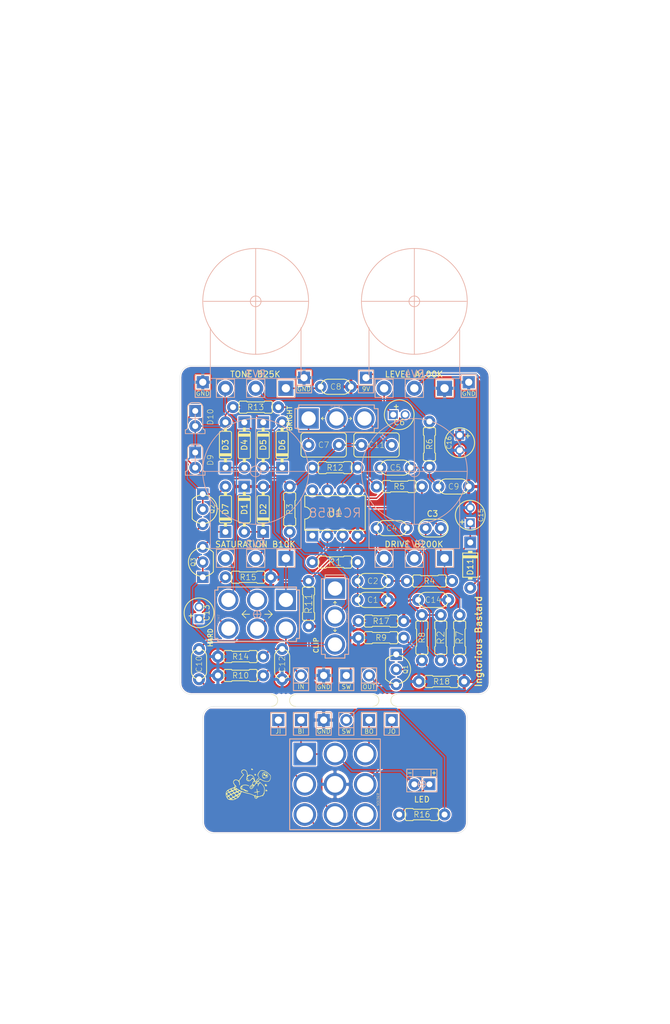
<source format=kicad_pcb>
(kicad_pcb (version 20171130) (host pcbnew "(5.1.6-0-10_14)")
  (layers (0 F.Cu signal) (31 B.Cu signal) (34 B.Paste user) (35 F.Paste user) (36 B.SilkS user) (37 F.SilkS user) (38 B.Mask user) (39 F.Mask user) (44 Edge.Cuts user))
  (net 0 "")
  (net 1 GND)
  (net 2 "Net-(C1-Pad1)")
  (net 3 "Net-(C2-Pad1)")
  (net 4 "Net-(C3-Pad2)")
  (net 5 "Net-(C3-Pad1)")
  (net 6 "Net-(C4-Pad2)")
  (net 7 "Net-(C4-Pad1)")
  (net 8 "Net-(C5-Pad2)")
  (net 9 "Net-(C5-Pad1)")
  (net 10 "Net-(C6-Pad2)")
  (net 11 "Net-(C6-Pad1)")
  (net 12 "Net-(C7-Pad2)")
  (net 13 "Net-(C11-Pad2)")
  (net 14 VR)
  (net 15 "Net-(C8-Pad1)")
  (net 16 "Net-(C10-Pad2)")
  (net 17 "Net-(C10-Pad1)")
  (net 18 "Net-(C11-Pad1)")
  (net 19 "Net-(C12-Pad1)")
  (net 20 "Net-(C13-Pad1)")
  (net 21 VCC)
  (net 22 "Net-(D1-Pad2)")
  (net 23 "Net-(D3-Pad1)")
  (net 24 "Net-(D10-Pad2)")
  (net 25 "Net-(D4-Pad1)")
  (net 26 "Net-(D5-Pad2)")
  (net 27 "Net-(D7-Pad1)")
  (net 28 "Net-(D8-Pad2)")
  (net 29 "Net-(D8-Pad1)")
  (net 30 "Net-(D11-Pad2)")
  (net 31 "Net-(H2-Pad1)")
  (net 32 "Net-(H5-Pad1)")
  (net 33 "Net-(H6-Pad1)")
  (net 34 GND2)
  (net 35 "Net-(H9-Pad1)")
  (net 36 "Net-(H11-Pad1)")
  (net 37 "Net-(Q1-Pad2)")
  (net 38 "Net-(Q1-Pad3)")
  (net 39 "Net-(Q2-Pad3)")
  (net 40 "Net-(R3-Pad1)")
  (net 41 "Net-(R12-Pad2)")
  (net 42 "Net-(R6-Pad2)")
  (net 43 "Net-(RV2-Pad3)")
  (net 44 "Net-(RV3-Pad3)")
  (net 45 "Net-(S1-PadP$3)")
  (net 46 "Net-(H7-Pad1)")
  (module diodes:3MM_IO (layer F.Cu) (at 99.06 146.558 180)
    (fp_text reference D8 hide)
    (fp_text value LED (at 0 -2.54) (layer F.SilkS) (effects (font (size 0.9652 0.9652))))
    (pad 1 thru_hole oval (at 1.27 0 180) (size 2 2) (drill 1) (layers *.Cu *.Mask) (net 29 "Net-(D8-Pad1)"))
    (pad 2 thru_hole rect (at -1.27 0 180) (size 2 2) (drill 1) (layers *.Cu *.Mask) (net 28 "Net-(D8-Pad2)"))
  )
  (module Panelization:mouse-bite-2mm-slot (layer F.Cu) (at 75.819 132.461)
    (fp_text reference mouse-bite-2mm-slot hide)
    (fp_text value VAL** hide)
    (pad "" np_thru_hole circle (at 0.75 0.75) (size 0.5 0.5) (drill 0.5) (layers *.Cu *.Mask))
    (pad "" np_thru_hole circle (at -0.75 0.75) (size 0.5 0.5) (drill 0.5) (layers *.Cu *.Mask))
    (pad "" np_thru_hole circle (at -0.75 -0.75) (size 0.5 0.5) (drill 0.5) (layers *.Cu *.Mask))
    (pad "" np_thru_hole circle (at 0.75 -0.75) (size 0.5 0.5) (drill 0.5) (layers *.Cu *.Mask))
    (pad "" np_thru_hole circle (at 0 0.75) (size 0.5 0.5) (drill 0.5) (layers *.Cu *.Mask))
    (pad "" np_thru_hole circle (at 0 -0.75) (size 0.5 0.5) (drill 0.5) (layers *.Cu *.Mask))
  )
  (module Panelization:mouse-bite-2mm-slot (layer F.Cu) (at 92.837 132.461)
    (fp_text reference mouse-bite-2mm-slot hide)
    (fp_text value VAL** hide)
    (pad "" np_thru_hole circle (at 0.75 0.75) (size 0.5 0.5) (drill 0.5) (layers *.Cu *.Mask))
    (pad "" np_thru_hole circle (at -0.75 0.75) (size 0.5 0.5) (drill 0.5) (layers *.Cu *.Mask))
    (pad "" np_thru_hole circle (at -0.75 -0.75) (size 0.5 0.5) (drill 0.5) (layers *.Cu *.Mask))
    (pad "" np_thru_hole circle (at 0.75 -0.75) (size 0.5 0.5) (drill 0.5) (layers *.Cu *.Mask))
    (pad "" np_thru_hole circle (at 0 0.75) (size 0.5 0.5) (drill 0.5) (layers *.Cu *.Mask))
    (pad "" np_thru_hole circle (at 0 -0.75) (size 0.5 0.5) (drill 0.5) (layers *.Cu *.Mask))
  )
  (module enclosures:DC_DRILL (layer F.Cu) (at 84.455 41.91)
    (fp_text reference "" (at 0 0) (layer F.SilkS) (effects (font (size 1.524 1.524))))
    (fp_text value "" (at 0 0) (layer F.SilkS) (effects (font (size 1.524 1.524))))
  )
  (module enclosures:LUMBURG_DRILL (layer F.Cu) (at 97.79 31.115)
    (fp_text reference JOUT4 hide)
    (fp_text value "" (at 0 0) (layer F.SilkS) (effects (font (size 0.75 0.75) (thickness 0.1))))
  )
  (module enclosures:LUMBURG_DRILL (layer F.Cu) (at 71.12 31.115)
    (fp_text reference JOUT4 hide)
    (fp_text value "" (at 0 0) (layer F.SilkS) (effects (font (size 0.75 0.75) (thickness 0.1))))
  )
  (module enclosures:DC_TOP (layer F.Cu) (at 84.455 48.26)
    (fp_text reference Ref** hide)
    (fp_text value Val** hide)
  )
  (module enclosures:LOPRO_TOP (layer F.Cu) (at 97.79 52.705)
    (fp_text reference "" (at 0 0) (layer F.SilkS) (effects (font (size 1.524 1.524))))
    (fp_text value "" (at 0 0) (layer F.SilkS) (effects (font (size 1.524 1.524))))
  )
  (module enclosures:LOPRO_TOP (layer F.Cu) (at 71.12 52.705)
    (fp_text reference "" (at 0 0) (layer F.SilkS) (effects (font (size 1.524 1.524))))
    (fp_text value "" (at 0 0) (layer F.SilkS) (effects (font (size 1.524 1.524))))
  )
  (module logo:beaver (layer F.Cu) (at 69.85 146.558)
    (fp_text reference G*** hide)
    (fp_text value LOGO hide)
  )
  (module enclosures:1590B (layer F.Cu) (at 84.455 104.775)
    (fp_text reference "" (at 0 0) (layer F.SilkS) (effects (font (size 1.524 1.524))))
    (fp_text value "" (at 0 0) (layer F.SilkS) (effects (font (size 1.524 1.524))))
  )
  (module integrated_circuits:DIP08 (layer F.Cu) (at 84.455 100.965)
    (fp_text reference U1 (at 0 0) (layer F.SilkS) (effects (font (size 1.2065 1.2065) (thickness 0.1524))))
    (fp_text value RC4558 (at 0 0) (layer B.SilkS) (effects (font (size 1.524 1.524)) (justify mirror)))
    (pad 8 thru_hole oval (at -3.81 -3.81 90) (size 2 2) (drill 1) (layers *.Cu *.Mask) (net 21 VCC))
    (pad 7 thru_hole oval (at -1.27 -3.81 90) (size 2 2) (drill 1) (layers *.Cu *.Mask) (net 13 "Net-(C11-Pad2)"))
    (pad 6 thru_hole oval (at 1.27 -3.81 90) (size 2 2) (drill 1) (layers *.Cu *.Mask) (net 41 "Net-(R12-Pad2)"))
    (pad 5 thru_hole oval (at 3.81 -3.81 90) (size 2 2) (drill 1) (layers *.Cu *.Mask) (net 14 VR))
    (pad 4 thru_hole oval (at 3.81 3.81 90) (size 2 2) (drill 1) (layers *.Cu *.Mask) (net 1 GND))
    (pad 3 thru_hole oval (at 1.27 3.81 90) (size 2 2) (drill 1) (layers *.Cu *.Mask) (net 17 "Net-(C10-Pad1)"))
    (pad 2 thru_hole oval (at -1.27 3.81 90) (size 2 2) (drill 1) (layers *.Cu *.Mask) (net 4 "Net-(C3-Pad2)"))
    (pad 1 thru_hole rect (at -3.81 3.81 90) (size 2 2) (drill 1) (layers *.Cu *.Mask) (net 5 "Net-(C3-Pad1)"))
  )
  (module switches:SPDT.LUGS (layer F.Cu) (at 84.455 118.364)
    (fp_text reference SW3 hide)
    (fp_text value CLIP (at -3.175 4.826 90) (layer F.SilkS) (effects (font (size 0.8 0.8))))
    (fp_text user SWITCH (at 2.032 0 270) (layer B.SilkS) (effects (font (size 0.38608 0.38608) (thickness 0.032512)) (justify mirror)))
    (pad 3 thru_hole oval (at 0 4.699) (size 3.416 3.416) (drill 2.4) (layers *.Cu *.Mask) (net 39 "Net-(Q2-Pad3)"))
    (pad 2 thru_hole oval (at 0 0) (size 3.416 3.416) (drill 2.4) (layers *.Cu *.Mask) (net 13 "Net-(C11-Pad2)"))
    (pad 1 thru_hole rect (at 0 -4.699) (size 3.416 3.416) (drill 2.4) (layers *.Cu *.Mask) (net 25 "Net-(D4-Pad1)"))
  )
  (module switches:SPDT.LUGS (layer F.Cu) (at 84.709 85.09 90)
    (fp_text reference SW2 hide)
    (fp_text value BRIGHT (at 0 -7.874 270) (layer F.SilkS) (effects (font (size 0.8 0.8))))
    (fp_text user SWITCH (at 2.032 0 180) (layer B.SilkS) (effects (font (size 0.38608 0.38608) (thickness 0.032512)) (justify mirror)))
    (pad 3 thru_hole oval (at 0 4.699 90) (size 3.416 3.416) (drill 2.4) (layers *.Cu *.Mask) (net 18 "Net-(C11-Pad1)"))
    (pad 2 thru_hole oval (at 0 0 90) (size 3.416 3.416) (drill 2.4) (layers *.Cu *.Mask) (net 41 "Net-(R12-Pad2)"))
    (pad 1 thru_hole rect (at 0 -4.699 90) (size 3.416 3.416) (drill 2.4) (layers *.Cu *.Mask) (net 12 "Net-(C7-Pad2)"))
  )
  (module switches:DPDT.LUGS (layer F.Cu) (at 71.366 117.983 270)
    (fp_text reference SW1 hide)
    (fp_text value HARD (at 3.937 7.866 270) (layer F.SilkS) (effects (font (size 0.8 0.8))))
    (fp_text user SWITCH (at 0 6.731 90) (layer B.SilkS) (effects (font (size 0.38608 0.38608) (thickness 0.032512)) (justify left top mirror)))
    (pad 6 thru_hole oval (at 2.417 4.826 270) (size 3.416 3.416) (drill 2.4) (layers *.Cu *.Mask) (net 20 "Net-(C13-Pad1)"))
    (pad 5 thru_hole oval (at 2.417 -0.004 270) (size 3.416 3.416) (drill 2.4) (layers *.Cu *.Mask) (net 38 "Net-(Q1-Pad3)"))
    (pad 4 thru_hole oval (at 2.417 -4.834 270) (size 3.416 3.416) (drill 2.4) (layers *.Cu *.Mask) (net 19 "Net-(C12-Pad1)"))
    (pad 3 thru_hole oval (at -2.413 4.826 270) (size 3.416 3.416) (drill 2.4) (layers *.Cu *.Mask) (net 43 "Net-(RV2-Pad3)"))
    (pad 2 thru_hole oval (at -2.413 -0.004 270) (size 3.416 3.416) (drill 2.4) (layers *.Cu *.Mask) (net 44 "Net-(RV3-Pad3)"))
    (pad 1 thru_hole rect (at -2.413 -4.834 270) (size 3.416 3.416) (drill 2.4) (layers *.Cu *.Mask) (net 40 "Net-(R3-Pad1)"))
  )
  (module SparkFun-Electromechanical:3PDT.LUGS.SPF (layer F.Cu) (at 84.455 146.558)
    (fp_text reference S1 hide)
    (fp_text value SWITCH-3PDT hide)
    (fp_text user SOLDER (at 7.239 2.54 90) (layer F.SilkS) (effects (font (size 0.38608 0.38608) (thickness 0.032512))))
    (fp_text user SWITCH (at 7.239 2.54 270) (layer B.SilkS) (effects (font (size 0.38608 0.38608) (thickness 0.032512)) (justify mirror)))
    (pad P$1 thru_hole rect (at -5.08 -5.08 180) (size 3.816 3.816) (drill 2.8) (layers *.Cu *.Mask) (net 32 "Net-(H5-Pad1)"))
    (pad P$2 thru_hole oval (at -5.08 0 180) (size 3.816 3.816) (drill 2.8) (layers *.Cu *.Mask) (net 33 "Net-(H6-Pad1)"))
    (pad P$3 thru_hole oval (at -5.08 5.08 180) (size 3.816 3.816) (drill 2.8) (layers *.Cu *.Mask) (net 45 "Net-(S1-PadP$3)"))
    (pad P$4 thru_hole oval (at 0 -5.08 180) (size 3.816 3.816) (drill 2.8) (layers *.Cu *.Mask) (net 29 "Net-(D8-Pad1)"))
    (pad P$5 thru_hole oval (at 0 0 180) (size 3.816 3.816) (drill 2.8) (layers *.Cu *.Mask) (net 34 GND2))
    (pad P$6 thru_hole oval (at 0 5.08 180) (size 3.816 3.816) (drill 2.8) (layers *.Cu *.Mask) (net 32 "Net-(H5-Pad1)"))
    (pad P$7 thru_hole oval (at 5.08 -5.08 180) (size 3.816 3.816) (drill 2.8) (layers *.Cu *.Mask) (net 35 "Net-(H9-Pad1)"))
    (pad P$8 thru_hole oval (at 5.08 0 180) (size 3.816 3.816) (drill 2.8) (layers *.Cu *.Mask) (net 36 "Net-(H11-Pad1)"))
    (pad P$9 thru_hole oval (at 5.08 5.08 180) (size 3.816 3.816) (drill 2.8) (layers *.Cu *.Mask) (net 45 "Net-(S1-PadP$3)"))
  )
  (module potentiometers:16MM_B.MOUNT (layer F.Cu) (at 97.79 80.01)
    (fp_text reference RV4 (at 0 -2.413) (layer B.SilkS) (effects (font (size 1.2065 1.2065) (thickness 0.1524)) (justify mirror)))
    (fp_text value "LEVEL A100K" (at -0.0635 -2.3495) (layer F.SilkS))
    (pad 3 thru_hole oval (at -5.08 0 180) (size 2.54 2.54) (drill 1.4) (layers *.Cu *.Mask) (net 11 "Net-(C6-Pad1)"))
    (pad 2 thru_hole oval (at 0 0 180) (size 2.54 2.54) (drill 1.4) (layers *.Cu *.Mask) (net 31 "Net-(H2-Pad1)"))
    (pad 1 thru_hole rect (at 5.08 0 180) (size 2.54 2.54) (drill 1.4) (layers *.Cu *.Mask) (net 1 GND))
  )
  (module potentiometers:16MM_B.MOUNT (layer F.Cu) (at 71.12 80.01)
    (fp_text reference RV3 (at 0 -2.413) (layer B.SilkS) (effects (font (size 1.2065 1.2065) (thickness 0.1524)) (justify mirror)))
    (fp_text value "TONE B25K" (at -0.0635 -2.3495) (layer F.SilkS))
    (pad 3 thru_hole oval (at -5.08 0 180) (size 2.54 2.54) (drill 1.4) (layers *.Cu *.Mask) (net 44 "Net-(RV3-Pad3)"))
    (pad 2 thru_hole oval (at 0 0 180) (size 2.54 2.54) (drill 1.4) (layers *.Cu *.Mask) (net 42 "Net-(R6-Pad2)"))
    (pad 1 thru_hole rect (at 5.08 0 180) (size 2.54 2.54) (drill 1.4) (layers *.Cu *.Mask) (net 15 "Net-(C8-Pad1)"))
  )
  (module potentiometers:16MM_B.MOUNT (layer F.Cu) (at 71.12 108.585)
    (fp_text reference RV2 (at 0 -2.413) (layer B.SilkS) (effects (font (size 1.2065 1.2065) (thickness 0.1524)) (justify mirror)))
    (fp_text value "SATURATION B10K" (at -0.0635 -2.3495) (layer F.SilkS))
    (pad 3 thru_hole oval (at -5.08 0 180) (size 2.54 2.54) (drill 1.4) (layers *.Cu *.Mask) (net 43 "Net-(RV2-Pad3)"))
    (pad 2 thru_hole oval (at 0 0 180) (size 2.54 2.54) (drill 1.4) (layers *.Cu *.Mask) (net 22 "Net-(D1-Pad2)"))
    (pad 1 thru_hole rect (at 5.08 0 180) (size 2.54 2.54) (drill 1.4) (layers *.Cu *.Mask) (net 40 "Net-(R3-Pad1)"))
  )
  (module potentiometers:16MM_B.MOUNT (layer F.Cu) (at 97.79 108.585)
    (fp_text reference RV1 (at 0 -2.413) (layer B.SilkS) (effects (font (size 1.2065 1.2065) (thickness 0.1524)) (justify mirror)))
    (fp_text value "DRIVE B200K" (at -0.0635 -2.3495) (layer F.SilkS))
    (pad 3 thru_hole oval (at -5.08 0 180) (size 2.54 2.54) (drill 1.4) (layers *.Cu *.Mask) (net 6 "Net-(C4-Pad2)"))
    (pad 2 thru_hole oval (at 0 0 180) (size 2.54 2.54) (drill 1.4) (layers *.Cu *.Mask) (net 5 "Net-(C3-Pad1)"))
    (pad 1 thru_hole rect (at 5.08 0 180) (size 2.54 2.54) (drill 1.4) (layers *.Cu *.Mask) (net 4 "Net-(C3-Pad2)"))
  )
  (module resistors:0.3%22.B (layer F.Cu) (at 102.362 129.286 180)
    (fp_text reference R18 (at 0 0) (layer F.SilkS) (effects (font (size 0.9652 0.9652) (thickness 0.1016))))
    (fp_text value 47k hide)
    (pad 2 thru_hole oval (at 3.81 0 180) (size 2 2) (drill 1) (layers *.Cu *.Mask) (net 1 GND))
    (pad 1 thru_hole oval (at -3.81 0 180) (size 2 2) (drill 1) (layers *.Cu *.Mask) (net 14 VR))
  )
  (module resistors:0.3%22.B (layer F.Cu) (at 92.202 119.126 180)
    (fp_text reference R17 (at 0 0) (layer F.SilkS) (effects (font (size 0.9652 0.9652) (thickness 0.1016))))
    (fp_text value 47k hide)
    (pad 2 thru_hole oval (at 3.81 0 180) (size 2 2) (drill 1) (layers *.Cu *.Mask) (net 21 VCC))
    (pad 1 thru_hole oval (at -3.81 0 180) (size 2 2) (drill 1) (layers *.Cu *.Mask) (net 14 VR))
  )
  (module resistors:0.3%22.B (layer F.Cu) (at 99.06 151.638 180)
    (fp_text reference R16 (at 0 0) (layer F.SilkS) (effects (font (size 0.9652 0.9652) (thickness 0.1016))))
    (fp_text value 4k7 hide)
    (pad 2 thru_hole oval (at 3.81 0 180) (size 2 2) (drill 1) (layers *.Cu *.Mask) (net 28 "Net-(D8-Pad2)"))
    (pad 1 thru_hole oval (at -3.81 0 180) (size 2 2) (drill 1) (layers *.Cu *.Mask) (net 46 "Net-(H7-Pad1)"))
  )
  (module resistors:0.3%22.B (layer F.Cu) (at 69.85 111.76)
    (fp_text reference R15 (at 0 0) (layer F.SilkS) (effects (font (size 0.9652 0.9652) (thickness 0.1016))))
    (fp_text value 330R hide)
    (pad 2 thru_hole oval (at 3.81 0) (size 2 2) (drill 1) (layers *.Cu *.Mask) (net 1 GND))
    (pad 1 thru_hole oval (at -3.81 0) (size 2 2) (drill 1) (layers *.Cu *.Mask) (net 20 "Net-(C13-Pad1)"))
  )
  (module resistors:0.3%22.B (layer F.Cu) (at 68.58 125.095 180)
    (fp_text reference R14 (at 0 0) (layer F.SilkS) (effects (font (size 0.9652 0.9652) (thickness 0.1016))))
    (fp_text value 820R hide)
    (pad 2 thru_hole oval (at 3.81 0 180) (size 2 2) (drill 1) (layers *.Cu *.Mask) (net 1 GND))
    (pad 1 thru_hole oval (at -3.81 0 180) (size 2 2) (drill 1) (layers *.Cu *.Mask) (net 19 "Net-(C12-Pad1)"))
  )
  (module resistors:0.3%22.B (layer F.Cu) (at 71.12 83.185 180)
    (fp_text reference R13 (at 0 0) (layer F.SilkS) (effects (font (size 0.9652 0.9652) (thickness 0.1016))))
    (fp_text value 4k7 hide)
    (pad 2 thru_hole oval (at 3.81 0 180) (size 2 2) (drill 1) (layers *.Cu *.Mask) (net 24 "Net-(D10-Pad2)"))
    (pad 1 thru_hole oval (at -3.81 0 180) (size 2 2) (drill 1) (layers *.Cu *.Mask) (net 41 "Net-(R12-Pad2)"))
  )
  (module resistors:0.3%22.B (layer F.Cu) (at 84.455 93.345)
    (fp_text reference R12 (at 0 0) (layer F.SilkS) (effects (font (size 0.9652 0.9652) (thickness 0.1016))))
    (fp_text value 330k hide)
    (pad 2 thru_hole oval (at 3.81 0) (size 2 2) (drill 1) (layers *.Cu *.Mask) (net 41 "Net-(R12-Pad2)"))
    (pad 1 thru_hole oval (at -3.81 0) (size 2 2) (drill 1) (layers *.Cu *.Mask) (net 13 "Net-(C11-Pad2)"))
  )
  (module resistors:0.3%22.B (layer F.Cu) (at 80.01 116.205 270)
    (fp_text reference R11 (at 0 0 90) (layer F.SilkS) (effects (font (size 1.2065 1.2065) (thickness 0.1016))))
    (fp_text value 1M hide)
    (pad 2 thru_hole oval (at 3.81 0 270) (size 2 2) (drill 1) (layers *.Cu *.Mask) (net 14 VR))
    (pad 1 thru_hole oval (at -3.81 0 270) (size 2 2) (drill 1) (layers *.Cu *.Mask) (net 17 "Net-(C10-Pad1)"))
  )
  (module resistors:0.3%22.B (layer F.Cu) (at 68.58 128.27 180)
    (fp_text reference R10 (at 0 0) (layer F.SilkS) (effects (font (size 0.9652 0.9652) (thickness 0.1016))))
    (fp_text value 2M2 hide)
    (pad 2 thru_hole oval (at 3.81 0 180) (size 2 2) (drill 1) (layers *.Cu *.Mask) (net 1 GND))
    (pad 1 thru_hole oval (at -3.81 0 180) (size 2 2) (drill 1) (layers *.Cu *.Mask) (net 16 "Net-(C10-Pad2)"))
  )
  (module resistors:0.3%22.B (layer F.Cu) (at 92.202 121.92 180)
    (fp_text reference R9 (at 0 0) (layer F.SilkS) (effects (font (size 0.9652 0.9652) (thickness 0.1016))))
    (fp_text value 1M hide)
    (pad 2 thru_hole oval (at 3.81 0 180) (size 2 2) (drill 1) (layers *.Cu *.Mask) (net 1 GND))
    (pad 1 thru_hole oval (at -3.81 0 180) (size 2 2) (drill 1) (layers *.Cu *.Mask) (net 37 "Net-(Q1-Pad2)"))
  )
  (module resistors:0.3%22.B (layer F.Cu) (at 99.06 121.92 270)
    (fp_text reference R8 (at 0 0 90) (layer F.SilkS) (effects (font (size 0.9652 0.9652) (thickness 0.1016))))
    (fp_text value 1M hide)
    (pad 2 thru_hole oval (at 3.81 0 270) (size 2 2) (drill 1) (layers *.Cu *.Mask) (net 37 "Net-(Q1-Pad2)"))
    (pad 1 thru_hole oval (at -3.81 0 270) (size 2 2) (drill 1) (layers *.Cu *.Mask) (net 10 "Net-(C6-Pad2)"))
  )
  (module resistors:0.3%22.B (layer F.Cu) (at 105.41 121.92 90)
    (fp_text reference R7 (at 0 0 90) (layer F.SilkS) (effects (font (size 1.2065 1.2065) (thickness 0.1016))))
    (fp_text value 75k hide)
    (pad 2 thru_hole oval (at 3.81 0 90) (size 2 2) (drill 1) (layers *.Cu *.Mask) (net 9 "Net-(C5-Pad1)"))
    (pad 1 thru_hole oval (at -3.81 0 90) (size 2 2) (drill 1) (layers *.Cu *.Mask) (net 37 "Net-(Q1-Pad2)"))
  )
  (module resistors:0.3%22.B (layer F.Cu) (at 100.33 89.408 90)
    (fp_text reference R6 (at 0 0 90) (layer F.SilkS) (effects (font (size 0.9652 0.9652) (thickness 0.1016))))
    (fp_text value 4k7 hide)
    (pad 2 thru_hole oval (at 3.81 0 90) (size 2 2) (drill 1) (layers *.Cu *.Mask) (net 42 "Net-(R6-Pad2)"))
    (pad 1 thru_hole oval (at -3.81 0 90) (size 2 2) (drill 1) (layers *.Cu *.Mask) (net 8 "Net-(C5-Pad2)"))
  )
  (module resistors:0.3%22.B (layer F.Cu) (at 95.25 96.52 180)
    (fp_text reference R5 (at 0 0) (layer F.SilkS) (effects (font (size 0.9652 0.9652) (thickness 0.1016))))
    (fp_text value 10k hide)
    (pad 2 thru_hole oval (at 3.81 0 180) (size 2 2) (drill 1) (layers *.Cu *.Mask) (net 41 "Net-(R12-Pad2)"))
    (pad 1 thru_hole oval (at -3.81 0 180) (size 2 2) (drill 1) (layers *.Cu *.Mask) (net 7 "Net-(C4-Pad1)"))
  )
  (module resistors:0.3%22.B (layer F.Cu) (at 100.33 112.395 180)
    (fp_text reference R4 (at 0 0) (layer F.SilkS) (effects (font (size 0.9652 0.9652) (thickness 0.1016))))
    (fp_text value 30k hide)
    (pad 2 thru_hole oval (at 3.81 0 180) (size 2 2) (drill 1) (layers *.Cu *.Mask) (net 3 "Net-(C2-Pad1)"))
    (pad 1 thru_hole oval (at -3.81 0 180) (size 2 2) (drill 1) (layers *.Cu *.Mask) (net 4 "Net-(C3-Pad2)"))
  )
  (module resistors:0.3%22.B (layer F.Cu) (at 76.835 100.33 90)
    (fp_text reference R3 (at 0 0 90) (layer F.SilkS) (effects (font (size 0.9652 0.9652) (thickness 0.1016))))
    (fp_text value 1k hide)
    (pad 2 thru_hole oval (at 3.81 0 90) (size 2 2) (drill 1) (layers *.Cu *.Mask) (net 13 "Net-(C11-Pad2)"))
    (pad 1 thru_hole oval (at -3.81 0 90) (size 2 2) (drill 1) (layers *.Cu *.Mask) (net 40 "Net-(R3-Pad1)"))
  )
  (module resistors:0.3%22.B (layer F.Cu) (at 102.235 121.92 90)
    (fp_text reference R2 (at 0 0 90) (layer F.SilkS) (effects (font (size 1.2065 1.2065) (thickness 0.1016))))
    (fp_text value 12k hide)
    (pad 2 thru_hole oval (at 3.81 0 90) (size 2 2) (drill 1) (layers *.Cu *.Mask) (net 10 "Net-(C6-Pad2)"))
    (pad 1 thru_hole oval (at -3.81 0 90) (size 2 2) (drill 1) (layers *.Cu *.Mask) (net 21 VCC))
  )
  (module resistors:0.3%22.B (layer F.Cu) (at 84.455 109.22)
    (fp_text reference R1 (at 0 0) (layer F.SilkS) (effects (font (size 1.2065 1.2065) (thickness 0.1016))))
    (fp_text value 25k hide)
    (pad 2 thru_hole oval (at 3.81 0) (size 2 2) (drill 1) (layers *.Cu *.Mask) (net 2 "Net-(C1-Pad1)"))
    (pad 1 thru_hole oval (at -3.81 0) (size 2 2) (drill 1) (layers *.Cu *.Mask) (net 4 "Net-(C3-Pad2)"))
  )
  (module transistors-FET:TO92 (layer F.Cu) (at 62.23 109.22 90)
    (fp_text reference Q3 (at 0 -1.5875 90) (layer F.SilkS) (effects (font (size 0.75 0.75) (thickness 0.1))))
    (fp_text value BS170 hide)
    (pad 1 thru_hole rect (at -2.54 0 90) (size 1.9304 1.9304) (drill 1) (layers *.Cu *.Mask) (net 39 "Net-(Q2-Pad3)"))
    (pad 2 thru_hole oval (at 0 0 90) (size 1.9304 1.9304) (drill 1) (layers *.Cu *.Mask) (net 39 "Net-(Q2-Pad3)"))
    (pad 3 thru_hole oval (at 2.54 0 90) (size 1.9304 1.9304) (drill 1) (layers *.Cu *.Mask) (net 27 "Net-(D7-Pad1)"))
  )
  (module transistors-FET:TO92 (layer F.Cu) (at 62.23 100.33 270)
    (fp_text reference Q2 (at 0 -1.5875 90) (layer F.SilkS) (effects (font (size 0.75 0.75) (thickness 0.1))))
    (fp_text value BS170 hide)
    (pad 1 thru_hole rect (at -2.54 0 270) (size 1.9304 1.9304) (drill 1) (layers *.Cu *.Mask) (net 24 "Net-(D10-Pad2)"))
    (pad 2 thru_hole oval (at 0 0 270) (size 1.9304 1.9304) (drill 1) (layers *.Cu *.Mask) (net 24 "Net-(D10-Pad2)"))
    (pad 3 thru_hole oval (at 2.54 0 270) (size 1.9304 1.9304) (drill 1) (layers *.Cu *.Mask) (net 39 "Net-(Q2-Pad3)"))
  )
  (module transistors-FET:TO92 (layer F.Cu) (at 94.742 127.254 270)
    (fp_text reference Q1 (at 0 -1.5875 90) (layer F.SilkS) (effects (font (size 0.75 0.75) (thickness 0.1))))
    (fp_text value BS170 hide)
    (pad 1 thru_hole rect (at -2.54 0 270) (size 1.9304 1.9304) (drill 1) (layers *.Cu *.Mask) (net 10 "Net-(C6-Pad2)"))
    (pad 2 thru_hole oval (at 0 0 270) (size 1.9304 1.9304) (drill 1) (layers *.Cu *.Mask) (net 37 "Net-(Q1-Pad2)"))
    (pad 3 thru_hole oval (at 2.54 0 270) (size 1.9304 1.9304) (drill 1) (layers *.Cu *.Mask) (net 38 "Net-(Q1-Pad3)"))
  )
  (module supply_pins:PAD3 (layer F.Cu) (at 82.55 128.27)
    (fp_text reference H14 hide)
    (fp_text value GND (at 0 1.905) (layer F.SilkS) (effects (font (size 0.75 0.75) (thickness 0.1))))
    (pad 1 thru_hole rect (at 0 0) (size 2.032 2.032) (drill 1.2) (layers *.Cu *.Mask) (net 1 GND))
  )
  (module supply_pins:PAD3 (layer F.Cu) (at 89.662 78.232)
    (fp_text reference H13 hide)
    (fp_text value 9V (at 0 1.905) (layer F.SilkS) (effects (font (size 0.75 0.75) (thickness 0.1))))
    (pad 1 thru_hole rect (at 0 0) (size 2.032 2.032) (drill 1.2) (layers *.Cu *.Mask) (net 30 "Net-(D11-Pad2)"))
  )
  (module supply_pins:PAD3 (layer F.Cu) (at 86.36 128.27)
    (fp_text reference H12 hide)
    (fp_text value SW (at 0 1.905) (layer F.SilkS) (effects (font (size 0.75 0.75) (thickness 0.1))))
    (pad 1 thru_hole rect (at 0 0) (size 2.032 2.032) (drill 1.2) (layers *.Cu *.Mask) (net 21 VCC))
  )
  (module supply_pins:PAD3 (layer F.Cu) (at 93.98 135.763)
    (fp_text reference H11 hide)
    (fp_text value JO (at 0 1.905) (layer F.SilkS) (effects (font (size 0.75 0.75) (thickness 0.1))))
    (pad 1 thru_hole rect (at 0 0) (size 2.032 2.032) (drill 1.2) (layers *.Cu *.Mask) (net 36 "Net-(H11-Pad1)"))
  )
  (module supply_pins:PAD3 (layer F.Cu) (at 62.23 78.994)
    (fp_text reference H10 hide)
    (fp_text value GND (at 0 1.905) (layer F.SilkS) (effects (font (size 0.75 0.75) (thickness 0.1))))
    (pad 1 thru_hole rect (at 0 0) (size 2.032 2.032) (drill 1.2) (layers *.Cu *.Mask) (net 1 GND))
  )
  (module supply_pins:PAD3 (layer F.Cu) (at 90.17 135.763)
    (fp_text reference H9 hide)
    (fp_text value BO (at 0 1.905) (layer F.SilkS) (effects (font (size 0.75 0.75) (thickness 0.1))))
    (pad 1 thru_hole rect (at 0 0) (size 2.032 2.032) (drill 1.2) (layers *.Cu *.Mask) (net 35 "Net-(H9-Pad1)"))
  )
  (module supply_pins:PAD3 (layer F.Cu) (at 82.55 135.763)
    (fp_text reference H8 hide)
    (fp_text value GND (at 0 1.905) (layer F.SilkS) (effects (font (size 0.75 0.75) (thickness 0.1))))
    (pad 1 thru_hole rect (at 0 0) (size 2.032 2.032) (drill 1.2) (layers *.Cu *.Mask) (net 34 GND2))
  )
  (module supply_pins:PAD1 (layer F.Cu) (at 86.36 135.763)
    (fp_text reference H7 hide)
    (fp_text value SW (at 0 1.905) (layer F.SilkS) (effects (font (size 0.75 0.75) (thickness 0.1))))
    (pad 1 thru_hole oval (at 0 0) (size 2.032 2.032) (drill 1.2) (layers *.Cu *.Mask) (net 46 "Net-(H7-Pad1)"))
  )
  (module supply_pins:PAD3 (layer F.Cu) (at 74.93 135.763)
    (fp_text reference H6 hide)
    (fp_text value JI (at 0 1.905) (layer F.SilkS) (effects (font (size 0.75 0.75) (thickness 0.1))))
    (pad 1 thru_hole rect (at 0 0) (size 2.032 2.032) (drill 1.2) (layers *.Cu *.Mask) (net 33 "Net-(H6-Pad1)"))
  )
  (module supply_pins:PAD3 (layer F.Cu) (at 78.74 135.763)
    (fp_text reference H5 hide)
    (fp_text value BI (at 0 1.905) (layer F.SilkS) (effects (font (size 0.75 0.75) (thickness 0.1))))
    (pad 1 thru_hole rect (at 0 0) (size 2.032 2.032) (drill 1.2) (layers *.Cu *.Mask) (net 32 "Net-(H5-Pad1)"))
  )
  (module supply_pins:PAD1 (layer F.Cu) (at 78.74 128.27)
    (fp_text reference H4 hide)
    (fp_text value IN (at 0 1.905) (layer F.SilkS) (effects (font (size 0.75 0.75) (thickness 0.1))))
    (pad 1 thru_hole oval (at 0 0) (size 2.032 2.032) (drill 1.2) (layers *.Cu *.Mask) (net 16 "Net-(C10-Pad2)"))
  )
  (module supply_pins:PAD3 (layer F.Cu) (at 79.248 78.232)
    (fp_text reference H3 hide)
    (fp_text value GND (at 0 1.905) (layer F.SilkS) (effects (font (size 0.75 0.75) (thickness 0.1))))
    (pad 1 thru_hole rect (at 0 0) (size 2.032 2.032) (drill 1.2) (layers *.Cu *.Mask) (net 1 GND))
  )
  (module supply_pins:PAD1 (layer F.Cu) (at 90.17 128.27)
    (fp_text reference H2 hide)
    (fp_text value OUT (at 0 1.905) (layer F.SilkS) (effects (font (size 0.75 0.75) (thickness 0.1))))
    (pad 1 thru_hole oval (at 0 0) (size 2.032 2.032) (drill 1.2) (layers *.Cu *.Mask) (net 31 "Net-(H2-Pad1)"))
  )
  (module supply_pins:PAD3 (layer F.Cu) (at 106.934 78.994)
    (fp_text reference H1 hide)
    (fp_text value GND (at 0 1.905) (layer F.SilkS) (effects (font (size 0.75 0.75) (thickness 0.1))))
    (pad 1 thru_hole rect (at 0 0) (size 2.032 2.032) (drill 1.2) (layers *.Cu *.Mask) (net 1 GND))
  )
  (module diodes:DO41-3 (layer F.Cu) (at 107.188 109.728 270)
    (fp_text reference D11 (at 0.3175 0 90) (layer F.SilkS) (effects (font (size 0.9652 0.9652))))
    (fp_text value 1N4007 hide)
    (pad 1 thru_hole rect (at -3.81 0 270) (size 2 2) (drill 1) (layers *.Cu *.Mask) (net 21 VCC))
    (pad 2 thru_hole oval (at 3.81 0 270) (size 2 2) (drill 1) (layers *.Cu *.Mask) (net 30 "Net-(D11-Pad2)"))
  )
  (module diodes:3MM_1 (layer F.Cu) (at 60.96 85.09 270)
    (fp_text reference D10 (at -0.254 -2.54 90) (layer F.SilkS) (effects (font (size 0.9652 0.9652) (thickness 0.08128))))
    (fp_text value LED hide)
    (pad 2 thru_hole oval (at 1.27 0 270) (size 2 2) (drill 1) (layers *.Cu *.Mask) (net 24 "Net-(D10-Pad2)"))
    (pad 1 thru_hole rect (at -1.27 0 270) (size 2 2) (drill 1) (layers *.Cu *.Mask) (net 13 "Net-(C11-Pad2)"))
  )
  (module diodes:3MM_1 (layer F.Cu) (at 60.96 92.075 270)
    (fp_text reference D9 (at 0 -2.54 90) (layer F.SilkS) (effects (font (size 0.9652 0.9652) (thickness 0.08128))))
    (fp_text value LED hide)
    (pad 2 thru_hole oval (at 1.27 0 270) (size 2 2) (drill 1) (layers *.Cu *.Mask) (net 13 "Net-(C11-Pad2)"))
    (pad 1 thru_hole rect (at -1.27 0 270) (size 2 2) (drill 1) (layers *.Cu *.Mask) (net 24 "Net-(D10-Pad2)"))
  )
  (module diodes:DO35-3 (layer F.Cu) (at 66.04 100.33 90)
    (fp_text reference D7 (at 0 0 90) (layer F.SilkS) (effects (font (size 0.9652 0.9652) (thickness 0.1524))))
    (fp_text value 1N4148 hide)
    (pad 1 thru_hole rect (at -3.81 0 90) (size 2 2) (drill 1) (layers *.Cu *.Mask) (net 27 "Net-(D7-Pad1)"))
    (pad 2 thru_hole oval (at 3.81 0 90) (size 2 2) (drill 1) (layers *.Cu *.Mask) (net 24 "Net-(D10-Pad2)"))
  )
  (module diodes:DO35-3 (layer F.Cu) (at 75.565 89.535 90)
    (fp_text reference D6 (at 0 0 90) (layer F.SilkS) (effects (font (size 0.9652 0.9652) (thickness 0.1524))))
    (fp_text value 1N4148 hide)
    (pad 1 thru_hole rect (at -3.81 0 90) (size 2 2) (drill 1) (layers *.Cu *.Mask) (net 26 "Net-(D5-Pad2)"))
    (pad 2 thru_hole oval (at 3.81 0 90) (size 2 2) (drill 1) (layers *.Cu *.Mask) (net 25 "Net-(D4-Pad1)"))
  )
  (module diodes:DO35-3 (layer F.Cu) (at 72.39 89.535 270)
    (fp_text reference D5 (at 0 0 90) (layer F.SilkS) (effects (font (size 0.9652 0.9652) (thickness 0.1524))))
    (fp_text value 1N4148 hide)
    (pad 1 thru_hole rect (at -3.81 0 270) (size 2 2) (drill 1) (layers *.Cu *.Mask) (net 24 "Net-(D10-Pad2)"))
    (pad 2 thru_hole oval (at 3.81 0 270) (size 2 2) (drill 1) (layers *.Cu *.Mask) (net 26 "Net-(D5-Pad2)"))
  )
  (module diodes:DO35-3 (layer F.Cu) (at 69.215 89.535 270)
    (fp_text reference D4 (at 0 0 90) (layer F.SilkS) (effects (font (size 0.9652 0.9652) (thickness 0.1524))))
    (fp_text value 1N4148 hide)
    (pad 1 thru_hole rect (at -3.81 0 270) (size 2 2) (drill 1) (layers *.Cu *.Mask) (net 25 "Net-(D4-Pad1)"))
    (pad 2 thru_hole oval (at 3.81 0 270) (size 2 2) (drill 1) (layers *.Cu *.Mask) (net 23 "Net-(D3-Pad1)"))
  )
  (module diodes:DO35-3 (layer F.Cu) (at 66.04 89.535 90)
    (fp_text reference D3 (at 0 0 90) (layer F.SilkS) (effects (font (size 0.9652 0.9652) (thickness 0.1524))))
    (fp_text value 1N4148 hide)
    (pad 1 thru_hole rect (at -3.81 0 90) (size 2 2) (drill 1) (layers *.Cu *.Mask) (net 23 "Net-(D3-Pad1)"))
    (pad 2 thru_hole oval (at 3.81 0 90) (size 2 2) (drill 1) (layers *.Cu *.Mask) (net 24 "Net-(D10-Pad2)"))
  )
  (module diodes:DO35-3 (layer F.Cu) (at 72.39 100.33 90)
    (fp_text reference D2 (at 0 0 90) (layer F.SilkS) (effects (font (size 0.9652 0.9652) (thickness 0.1524))))
    (fp_text value 1N4148 hide)
    (pad 1 thru_hole rect (at -3.81 0 90) (size 2 2) (drill 1) (layers *.Cu *.Mask) (net 22 "Net-(D1-Pad2)"))
    (pad 2 thru_hole oval (at 3.81 0 90) (size 2 2) (drill 1) (layers *.Cu *.Mask) (net 14 VR))
  )
  (module diodes:DO35-3 (layer F.Cu) (at 69.215 100.33 270)
    (fp_text reference D1 (at 0 0 90) (layer F.SilkS) (effects (font (size 0.9652 0.9652) (thickness 0.1524))))
    (fp_text value 1N4148 hide)
    (pad 1 thru_hole rect (at -3.81 0 270) (size 2 2) (drill 1) (layers *.Cu *.Mask) (net 14 VR))
    (pad 2 thru_hole oval (at 3.81 0 270) (size 2 2) (drill 1) (layers *.Cu *.Mask) (net 22 "Net-(D1-Pad2)"))
  )
  (module caps-elec:0503 (layer F.Cu) (at 105.41 89.154 270)
    (fp_text reference C16 (at 0 1.778 90) (layer F.SilkS) (effects (font (size 0.77216 0.77216) (thickness 0.097536))))
    (fp_text value 100uF hide)
    (pad 2 thru_hole oval (at 1.27 0 270) (size 1.508 1.508) (drill 1) (layers *.Cu *.Mask) (net 1 GND))
    (pad 1 thru_hole rect (at -1.27 0 270) (size 1.508 1.508) (drill 1) (layers *.Cu *.Mask) (net 14 VR))
  )
  (module caps-elec:0503 (layer F.Cu) (at 107.188 101.346 90)
    (fp_text reference C15 (at 0 1.778 90) (layer F.SilkS) (effects (font (size 0.77216 0.77216) (thickness 0.097536))))
    (fp_text value 100uF hide)
    (pad 2 thru_hole oval (at 1.27 0 90) (size 1.508 1.508) (drill 1) (layers *.Cu *.Mask) (net 1 GND))
    (pad 1 thru_hole rect (at -1.27 0 90) (size 1.508 1.508) (drill 1) (layers *.Cu *.Mask) (net 21 VCC))
  )
  (module caps-film:0.2%22.SML (layer F.Cu) (at 100.965 115.57)
    (fp_text reference C14 (at 0 0) (layer F.SilkS) (effects (font (size 0.9652 0.9652) (thickness 0.08128))))
    (fp_text value 100nF hide)
    (pad 2 thru_hole oval (at 2.54 0) (size 2 2) (drill 1) (layers *.Cu *.Mask) (net 1 GND))
    (pad 1 thru_hole oval (at -2.54 0) (size 2 2) (drill 1) (layers *.Cu *.Mask) (net 21 VCC))
  )
  (module caps-elec:0501 (layer F.Cu) (at 61.595 117.745 90)
    (fp_text reference C13 (at 0 1.27 90) (layer F.SilkS) (effects (font (size 0.9652 0.9652) (thickness 0.12192))))
    (fp_text value 2.2uF hide)
    (pad 2 thru_hole oval (at 1 0 90) (size 1.508 1.508) (drill 1) (layers *.Cu *.Mask) (net 1 GND))
    (pad 1 thru_hole rect (at -1 0 90) (size 1.508 1.508) (drill 1) (layers *.Cu *.Mask) (net 20 "Net-(C13-Pad1)"))
  )
  (module caps-film:0.2%22.SML (layer F.Cu) (at 75.565 126.365 270)
    (fp_text reference C12 (at 0 0 90) (layer F.SilkS) (effects (font (size 0.9652 0.9652) (thickness 0.08128))))
    (fp_text value 100nF hide)
    (pad 2 thru_hole oval (at 2.54 0 270) (size 2 2) (drill 1) (layers *.Cu *.Mask) (net 1 GND))
    (pad 1 thru_hole oval (at -2.54 0 270) (size 2 2) (drill 1) (layers *.Cu *.Mask) (net 19 "Net-(C12-Pad1)"))
  )
  (module caps-film:0.2%22.MED (layer F.Cu) (at 91.44 89.535 180)
    (fp_text reference C11 (at 0 0) (layer F.SilkS) (effects (font (size 0.9652 0.9652) (thickness 0.08128))))
    (fp_text value 470pF hide)
    (pad 2 thru_hole oval (at 2.54 0 180) (size 2 2) (drill 1) (layers *.Cu *.Mask) (net 13 "Net-(C11-Pad2)"))
    (pad 1 thru_hole oval (at -2.54 0 180) (size 2 2) (drill 1) (layers *.Cu *.Mask) (net 18 "Net-(C11-Pad1)"))
  )
  (module caps-film:0.2%22.SML (layer F.Cu) (at 61.595 126.365 270)
    (fp_text reference C10 (at 0 0 90) (layer F.SilkS) (effects (font (size 0.9652 0.9652) (thickness 0.08128))))
    (fp_text value 47nF hide)
    (pad 2 thru_hole oval (at 2.54 0 270) (size 2 2) (drill 1) (layers *.Cu *.Mask) (net 16 "Net-(C10-Pad2)"))
    (pad 1 thru_hole oval (at -2.54 0 270) (size 2 2) (drill 1) (layers *.Cu *.Mask) (net 17 "Net-(C10-Pad1)"))
  )
  (module caps-film:0.2%22.SML (layer F.Cu) (at 104.394 96.52)
    (fp_text reference C9 (at 0 0) (layer F.SilkS) (effects (font (size 0.9652 0.9652) (thickness 0.08128))))
    (fp_text value 12nF hide)
    (pad 2 thru_hole oval (at 2.54 0) (size 2 2) (drill 1) (layers *.Cu *.Mask) (net 14 VR))
    (pad 1 thru_hole oval (at -2.54 0) (size 2 2) (drill 1) (layers *.Cu *.Mask) (net 8 "Net-(C5-Pad2)"))
  )
  (module caps-film:0.2%22.SML (layer F.Cu) (at 84.582 79.756)
    (fp_text reference C8 (at 0 0) (layer F.SilkS) (effects (font (size 0.9652 0.9652) (thickness 0.08128))))
    (fp_text value 12nF hide)
    (pad 2 thru_hole oval (at 2.54 0) (size 2 2) (drill 1) (layers *.Cu *.Mask) (net 14 VR))
    (pad 1 thru_hole oval (at -2.54 0) (size 2 2) (drill 1) (layers *.Cu *.Mask) (net 15 "Net-(C8-Pad1)"))
  )
  (module caps-film:0.2%22.MED (layer F.Cu) (at 82.55 89.535 180)
    (fp_text reference C7 (at 0 0) (layer F.SilkS) (effects (font (size 0.9652 0.9652) (thickness 0.08128))))
    (fp_text value 100pF hide)
    (pad 2 thru_hole oval (at 2.54 0 180) (size 2 2) (drill 1) (layers *.Cu *.Mask) (net 12 "Net-(C7-Pad2)"))
    (pad 1 thru_hole oval (at -2.54 0 180) (size 2 2) (drill 1) (layers *.Cu *.Mask) (net 13 "Net-(C11-Pad2)"))
  )
  (module caps-elec:0501 (layer F.Cu) (at 95.25 84.455)
    (fp_text reference C6 (at 0 1.27) (layer F.SilkS) (effects (font (size 0.9652 0.9652) (thickness 0.12192))))
    (fp_text value 2.2uF hide)
    (pad 2 thru_hole oval (at 1 0) (size 1.508 1.508) (drill 1) (layers *.Cu *.Mask) (net 10 "Net-(C6-Pad2)"))
    (pad 1 thru_hole rect (at -1 0) (size 1.508 1.508) (drill 1) (layers *.Cu *.Mask) (net 11 "Net-(C6-Pad1)"))
  )
  (module caps-film:0.2%22.SML (layer F.Cu) (at 94.615 93.345)
    (fp_text reference C5 (at 0 0) (layer F.SilkS) (effects (font (size 0.9652 0.9652) (thickness 0.08128))))
    (fp_text value 100nF hide)
    (pad 2 thru_hole oval (at 2.54 0) (size 2 2) (drill 1) (layers *.Cu *.Mask) (net 8 "Net-(C5-Pad2)"))
    (pad 1 thru_hole oval (at -2.54 0) (size 2 2) (drill 1) (layers *.Cu *.Mask) (net 9 "Net-(C5-Pad1)"))
  )
  (module caps-film:0.2%22.SML (layer F.Cu) (at 93.98 103.505 180)
    (fp_text reference C4 (at 0 0) (layer F.SilkS) (effects (font (size 0.9652 0.9652) (thickness 0.08128))))
    (fp_text value 120n hide)
    (pad 2 thru_hole oval (at 2.54 0 180) (size 2 2) (drill 1) (layers *.Cu *.Mask) (net 6 "Net-(C4-Pad2)"))
    (pad 1 thru_hole oval (at -2.54 0 180) (size 2 2) (drill 1) (layers *.Cu *.Mask) (net 7 "Net-(C4-Pad1)"))
  )
  (module caps-film:0.1%22 (layer F.Cu) (at 100.965 103.505)
    (fp_text reference C3 (at -0.127 -2.413) (layer F.SilkS) (effects (font (size 0.9652 0.9652) (thickness 0.1524))))
    (fp_text value 10pF hide)
    (pad 2 thru_hole oval (at 1.27 0) (size 2 2) (drill 1) (layers *.Cu *.Mask) (net 4 "Net-(C3-Pad2)"))
    (pad 1 thru_hole oval (at -1.27 0) (size 2 2) (drill 1) (layers *.Cu *.Mask) (net 5 "Net-(C3-Pad1)"))
  )
  (module caps-film:0.2%22.SML (layer F.Cu) (at 90.805 112.395 180)
    (fp_text reference C2 (at 0 0) (layer F.SilkS) (effects (font (size 0.9652 0.9652) (thickness 0.08128))))
    (fp_text value 10nF hide)
    (pad 2 thru_hole oval (at 2.54 0 180) (size 2 2) (drill 1) (layers *.Cu *.Mask) (net 2 "Net-(C1-Pad1)"))
    (pad 1 thru_hole oval (at -2.54 0 180) (size 2 2) (drill 1) (layers *.Cu *.Mask) (net 3 "Net-(C2-Pad1)"))
  )
  (module caps-film:0.2%22.SML (layer F.Cu) (at 90.805 115.57)
    (fp_text reference C1 (at 0 0) (layer F.SilkS) (effects (font (size 0.9652 0.9652) (thickness 0.08128))))
    (fp_text value 10nF hide)
    (pad 2 thru_hole oval (at 2.54 0) (size 2 2) (drill 1) (layers *.Cu *.Mask) (net 1 GND))
    (pad 1 thru_hole oval (at -2.54 0) (size 2 2) (drill 1) (layers *.Cu *.Mask) (net 2 "Net-(C1-Pad1)"))
  )
  (gr_arc (start 73.787 132.461) (end 73.787 133.477) (angle -180) (layer Edge.Cuts) (width 0.05))
  (gr_arc (start 77.851 132.461) (end 77.851 131.445) (angle -180) (layer Edge.Cuts) (width 0.05))
  (gr_arc (start 90.805 132.461) (end 90.805 133.477) (angle -180) (layer Edge.Cuts) (width 0.05))
  (gr_arc (start 94.869 132.461) (end 94.869 131.445) (angle -180) (layer Edge.Cuts) (width 0.05))
  (gr_line (start 90.805 131.445) (end 77.851 131.445) (layer Edge.Cuts) (width 0.05))
  (gr_line (start 77.851 133.477) (end 90.805 133.477) (layer Edge.Cuts) (width 0.05))
  (gr_line (start 73.787 133.477) (end 64.135 133.477) (layer Edge.Cuts) (width 0.05))
  (gr_line (start 60.325 131.445) (end 73.787 131.445) (layer Edge.Cuts) (width 0.05))
  (gr_line (start 94.869 131.445) (end 108.585 131.445) (layer Edge.Cuts) (width 0.05))
  (gr_line (start 104.775 133.477) (end 94.869 133.477) (layer Edge.Cuts) (width 0.05))
  (gr_text "Inglorious Bastard" (at 108.585 122.555 90) (layer F.SilkS) (effects (font (size 1.1 1.1) (thickness 0.2))))
  (gr_line (start 64.135 154.813) (end 104.775 154.813) (layer Edge.Cuts) (width 0.05))
  (gr_line (start 62.23 135.382) (end 62.23 152.908) (layer Edge.Cuts) (width 0.05))
  (gr_line (start 106.68 152.908) (end 106.68 135.382) (layer Edge.Cuts) (width 0.05))
  (gr_arc (start 64.135 152.908) (end 62.23 152.908) (angle -90) (layer Edge.Cuts) (width 0.05))
  (gr_arc (start 104.775 152.908) (end 104.775 154.813) (angle -90) (layer Edge.Cuts) (width 0.05))
  (gr_arc (start 64.135 135.382) (end 64.135 133.477) (angle -90) (layer Edge.Cuts) (width 0.05))
  (gr_arc (start 104.775 135.382) (end 106.68 135.382) (angle -90) (layer Edge.Cuts) (width 0.05))
  (gr_line (start 58.42 78.105) (end 58.42 129.54) (layer Edge.Cuts) (width 0.05))
  (gr_line (start 110.49 78.105) (end 110.49 129.54) (layer Edge.Cuts) (width 0.05))
  (gr_line (start 60.325 76.2) (end 108.585 76.2) (layer Edge.Cuts) (width 0.05))
  (gr_arc (start 60.325 129.54) (end 58.42 129.54) (angle -90) (layer Edge.Cuts) (width 0.05))
  (gr_arc (start 60.325 78.105) (end 60.325 76.2) (angle -90) (layer Edge.Cuts) (width 0.05))
  (gr_arc (start 108.585 78.105) (end 110.49 78.105) (angle -90) (layer Edge.Cuts) (width 0.05))
  (gr_arc (start 108.585 129.54) (end 108.585 131.445) (angle -90) (layer Edge.Cuts) (width 0.05))
  (segment (start 88.265 109.22) (end 88.265 112.395) (width 0.25) (layer F.Cu) (net 2))
  (segment (start 88.265 112.395) (end 88.265 115.57) (width 0.25) (layer F.Cu) (net 2))
  (segment (start 93.345 112.395) (end 96.52 112.395) (width 0.25) (layer F.Cu) (net 3))
  (segment (start 102.235 107.95) (end 102.87 108.585) (width 0.25) (layer F.Cu) (net 4))
  (segment (start 102.235 103.505) (end 102.235 107.95) (width 0.25) (layer F.Cu) (net 4))
  (segment (start 83.185 106.68) (end 80.645 109.22) (width 0.25) (layer F.Cu) (net 4))
  (segment (start 83.185 104.775) (end 83.185 106.68) (width 0.25) (layer F.Cu) (net 4))
  (segment (start 84.510001 103.449999) (end 83.185 104.775) (width 0.25) (layer F.Cu) (net 4))
  (segment (start 100.385001 95.883999) (end 100.385001 101.655001) (width 0.25) (layer F.Cu) (net 4))
  (segment (start 99.696001 95.194999) (end 100.385001 95.883999) (width 0.25) (layer F.Cu) (net 4))
  (segment (start 100.385001 101.655001) (end 102.235 103.505) (width 0.25) (layer F.Cu) (net 4))
  (segment (start 98.423999 95.194999) (end 99.696001 95.194999) (width 0.25) (layer F.Cu) (net 4))
  (segment (start 93.542998 100.076) (end 98.423999 95.194999) (width 0.25) (layer F.Cu) (net 4))
  (segment (start 87.884 100.076) (end 93.542998 100.076) (width 0.25) (layer F.Cu) (net 4))
  (segment (start 83.185 104.775) (end 87.884 100.076) (width 0.25) (layer F.Cu) (net 4))
  (segment (start 102.87 111.125) (end 104.14 112.395) (width 0.25) (layer B.Cu) (net 4))
  (segment (start 102.87 108.585) (end 102.87 111.125) (width 0.25) (layer B.Cu) (net 4))
  (segment (start 99.695 106.68) (end 97.79 108.585) (width 0.25) (layer F.Cu) (net 5))
  (segment (start 99.695 103.505) (end 99.695 106.68) (width 0.25) (layer F.Cu) (net 5))
  (segment (start 82.859999 106.989999) (end 80.645 104.775) (width 0.25) (layer B.Cu) (net 5))
  (segment (start 96.194999 106.989999) (end 82.859999 106.989999) (width 0.25) (layer B.Cu) (net 5))
  (segment (start 97.79 108.585) (end 96.194999 106.989999) (width 0.25) (layer B.Cu) (net 5))
  (segment (start 91.440001 107.315001) (end 92.71 108.585) (width 0.25) (layer F.Cu) (net 6))
  (segment (start 91.44 103.505) (end 91.440001 107.315001) (width 0.25) (layer F.Cu) (net 6))
  (segment (start 99.06 100.965) (end 96.52 103.505) (width 0.25) (layer F.Cu) (net 7))
  (segment (start 99.06 96.52) (end 99.06 100.965) (width 0.25) (layer F.Cu) (net 7))
  (segment (start 100.203 93.345) (end 100.33 93.218) (width 0.25) (layer F.Cu) (net 8))
  (segment (start 97.155 93.345) (end 100.203 93.345) (width 0.25) (layer F.Cu) (net 8))
  (segment (start 100.33 94.996) (end 101.854 96.52) (width 0.25) (layer B.Cu) (net 8))
  (segment (start 100.33 93.218) (end 100.33 94.996) (width 0.25) (layer B.Cu) (net 8))
  (segment (start 92.765001 101.711003) (end 92.765001 94.035001) (width 0.25) (layer B.Cu) (net 9))
  (segment (start 95.883999 104.830001) (end 92.765001 101.711003) (width 0.25) (layer B.Cu) (net 9))
  (segment (start 97.032013 104.830001) (end 95.883999 104.830001) (width 0.25) (layer B.Cu) (net 9))
  (segment (start 99.990008 107.787996) (end 97.032013 104.830001) (width 0.25) (layer B.Cu) (net 9))
  (segment (start 99.990009 111.420009) (end 99.990008 107.787996) (width 0.25) (layer B.Cu) (net 9))
  (segment (start 103.616003 113.720001) (end 102.290001 113.720001) (width 0.25) (layer B.Cu) (net 9))
  (segment (start 102.290001 113.720001) (end 99.990009 111.420009) (width 0.25) (layer B.Cu) (net 9))
  (segment (start 105.41 115.513998) (end 103.616003 113.720001) (width 0.25) (layer B.Cu) (net 9))
  (segment (start 92.765001 94.035001) (end 92.075 93.345) (width 0.25) (layer B.Cu) (net 9))
  (segment (start 105.41 118.11) (end 105.41 115.513998) (width 0.25) (layer B.Cu) (net 9))
  (segment (start 102.235 118.11) (end 99.06 118.11) (width 0.25) (layer F.Cu) (net 10))
  (segment (start 99.06 121.6112) (end 99.06 118.11) (width 0.25) (layer B.Cu) (net 10))
  (segment (start 95.9572 124.714) (end 99.06 121.6112) (width 0.25) (layer B.Cu) (net 10))
  (segment (start 94.742 124.714) (end 95.9572 124.714) (width 0.25) (layer B.Cu) (net 10))
  (segment (start 97.099999 116.149999) (end 99.06 118.11) (width 0.25) (layer B.Cu) (net 10))
  (segment (start 97.099999 114.933999) (end 97.099999 116.149999) (width 0.25) (layer B.Cu) (net 10))
  (segment (start 96.25 84.455) (end 95.829999 84.875001) (width 0.25) (layer B.Cu) (net 10))
  (segment (start 99.539999 107.974397) (end 99.539999 112.493999) (width 0.25) (layer B.Cu) (net 10))
  (segment (start 98.555601 106.989999) (end 99.539999 107.974397) (width 0.25) (layer B.Cu) (net 10))
  (segment (start 97.407587 106.989999) (end 98.555601 106.989999) (width 0.25) (layer B.Cu) (net 10))
  (segment (start 90.114999 99.697411) (end 97.407587 106.989999) (width 0.25) (layer B.Cu) (net 10))
  (segment (start 90.114999 90.590001) (end 90.114999 99.697411) (width 0.25) (layer B.Cu) (net 10))
  (segment (start 99.539999 112.493999) (end 97.099999 114.933999) (width 0.25) (layer B.Cu) (net 10))
  (segment (start 96.25 84.455) (end 90.114999 90.590001) (width 0.25) (layer B.Cu) (net 10))
  (segment (start 99.568 112.465998) (end 99.539999 112.493999) (width 0.25) (layer B.Cu) (net 10))
  (segment (start 92.71 82.915) (end 94.25 84.455) (width 0.25) (layer F.Cu) (net 11))
  (segment (start 92.71 80.01) (end 92.71 82.915) (width 0.25) (layer F.Cu) (net 11))
  (segment (start 80.01 85.09) (end 80.01 89.535) (width 0.25) (layer F.Cu) (net 12))
  (segment (start 83.185 95.885) (end 83.185 97.155) (width 0.25) (layer F.Cu) (net 13))
  (segment (start 80.645 93.345) (end 83.185 95.885) (width 0.25) (layer F.Cu) (net 13))
  (segment (start 77.47 96.52) (end 76.835 96.52) (width 0.25) (layer B.Cu) (net 13))
  (segment (start 80.645 93.345) (end 77.47 96.52) (width 0.25) (layer B.Cu) (net 13))
  (segment (start 81.28 93.345) (end 80.645 93.345) (width 0.25) (layer B.Cu) (net 13))
  (segment (start 85.09 89.535) (end 81.28 93.345) (width 0.25) (layer B.Cu) (net 13))
  (segment (start 59.634999 92.019999) (end 60.96 93.345) (width 0.25) (layer F.Cu) (net 13))
  (segment (start 59.634999 85.145001) (end 59.634999 92.019999) (width 0.25) (layer F.Cu) (net 13))
  (segment (start 60.96 83.82) (end 59.634999 85.145001) (width 0.25) (layer F.Cu) (net 13))
  (segment (start 62.809999 95.194999) (end 60.96 93.345) (width 0.25) (layer F.Cu) (net 13))
  (segment (start 75.509999 95.194999) (end 62.809999 95.194999) (width 0.25) (layer F.Cu) (net 13))
  (segment (start 76.835 96.52) (end 75.509999 95.194999) (width 0.25) (layer F.Cu) (net 13))
  (segment (start 85.09 89.535) (end 88.9 89.535) (width 0.25) (layer B.Cu) (net 13))
  (segment (start 75.509999 97.845001) (end 76.835 96.52) (width 0.25) (layer B.Cu) (net 13))
  (segment (start 76.76599 105.97599) (end 75.566001 104.776001) (width 0.25) (layer B.Cu) (net 13))
  (segment (start 75.509999 104.776001) (end 75.509999 97.845001) (width 0.25) (layer B.Cu) (net 13))
  (segment (start 75.566001 104.776001) (end 75.509999 104.776001) (width 0.25) (layer B.Cu) (net 13))
  (segment (start 78.564412 107.188) (end 77.352402 105.97599) (width 0.25) (layer B.Cu) (net 13))
  (segment (start 78.596002 107.188) (end 78.564412 107.188) (width 0.25) (layer B.Cu) (net 13))
  (segment (start 79.303001 107.894999) (end 78.596002 107.188) (width 0.25) (layer B.Cu) (net 13))
  (segment (start 77.352402 105.97599) (end 76.76599 105.97599) (width 0.25) (layer B.Cu) (net 13))
  (segment (start 86.488001 111.696999) (end 82.686001 107.894999) (width 0.25) (layer B.Cu) (net 13))
  (segment (start 82.686001 107.894999) (end 79.303001 107.894999) (width 0.25) (layer B.Cu) (net 13))
  (segment (start 86.488001 116.330999) (end 86.488001 111.696999) (width 0.25) (layer B.Cu) (net 13))
  (segment (start 84.455 118.364) (end 86.488001 116.330999) (width 0.25) (layer B.Cu) (net 13))
  (segment (start 81.788 80.01) (end 82.042 79.756) (width 0.25) (layer F.Cu) (net 15))
  (segment (start 76.2 80.01) (end 81.788 80.01) (width 0.25) (layer F.Cu) (net 15))
  (segment (start 77.724001 127.254001) (end 73.405999 127.254001) (width 0.25) (layer F.Cu) (net 16))
  (segment (start 73.405999 127.254001) (end 72.39 128.27) (width 0.25) (layer F.Cu) (net 16))
  (segment (start 78.74 128.27) (end 77.724001 127.254001) (width 0.25) (layer F.Cu) (net 16))
  (segment (start 70.755001 129.904999) (end 72.39 128.27) (width 0.25) (layer F.Cu) (net 16))
  (segment (start 62.594999 129.904999) (end 70.755001 129.904999) (width 0.25) (layer F.Cu) (net 16))
  (segment (start 61.595 128.905) (end 62.594999 129.904999) (width 0.25) (layer F.Cu) (net 16))
  (segment (start 85.725 106.68) (end 80.01 112.395) (width 0.25) (layer F.Cu) (net 17))
  (segment (start 85.725 104.775) (end 85.725 106.68) (width 0.25) (layer F.Cu) (net 17))
  (segment (start 75.373998 112.395) (end 80.01 112.395) (width 0.25) (layer F.Cu) (net 17))
  (segment (start 74.166999 113.601999) (end 75.373998 112.395) (width 0.25) (layer F.Cu) (net 17))
  (segment (start 74.166999 115.781843) (end 74.166999 113.601999) (width 0.25) (layer F.Cu) (net 17))
  (segment (start 72.345841 117.603001) (end 74.166999 115.781843) (width 0.25) (layer F.Cu) (net 17))
  (segment (start 70.394159 117.603001) (end 72.345841 117.603001) (width 0.25) (layer F.Cu) (net 17))
  (segment (start 69.336999 118.660161) (end 70.394159 117.603001) (width 0.25) (layer F.Cu) (net 17))
  (segment (start 69.336999 120.611843) (end 69.336999 118.660161) (width 0.25) (layer F.Cu) (net 17))
  (segment (start 67.515841 122.433001) (end 69.336999 120.611843) (width 0.25) (layer F.Cu) (net 17))
  (segment (start 62.986999 122.433001) (end 67.515841 122.433001) (width 0.25) (layer F.Cu) (net 17))
  (segment (start 61.595 123.825) (end 62.986999 122.433001) (width 0.25) (layer F.Cu) (net 17))
  (segment (start 93.853 89.535) (end 93.98 89.535) (width 0.25) (layer F.Cu) (net 18))
  (segment (start 89.408 85.09) (end 93.853 89.535) (width 0.25) (layer F.Cu) (net 18))
  (segment (start 76.2 123.19) (end 75.565 123.825) (width 0.25) (layer F.Cu) (net 19))
  (segment (start 76.2 120.4) (end 76.2 123.19) (width 0.25) (layer F.Cu) (net 19))
  (segment (start 73.66 123.825) (end 72.39 125.095) (width 0.25) (layer F.Cu) (net 19))
  (segment (start 75.565 123.825) (end 73.66 123.825) (width 0.25) (layer F.Cu) (net 19))
  (segment (start 64.506999 118.366999) (end 66.54 120.4) (width 0.25) (layer F.Cu) (net 20))
  (segment (start 64.506999 113.293001) (end 64.506999 118.366999) (width 0.25) (layer F.Cu) (net 20))
  (segment (start 66.04 111.76) (end 64.506999 113.293001) (width 0.25) (layer F.Cu) (net 20))
  (segment (start 64.128998 118.745) (end 64.506999 118.366999) (width 0.25) (layer F.Cu) (net 20))
  (segment (start 61.595 118.745) (end 64.128998 118.745) (width 0.25) (layer F.Cu) (net 20))
  (segment (start 107.188 102.616) (end 107.188 105.918) (width 0.25) (layer F.Cu) (net 21))
  (segment (start 87.066999 127.563001) (end 86.36 128.27) (width 0.25) (layer F.Cu) (net 21))
  (segment (start 87.066999 120.451001) (end 87.066999 127.563001) (width 0.25) (layer F.Cu) (net 21))
  (segment (start 88.392 119.126) (end 87.066999 120.451001) (width 0.25) (layer F.Cu) (net 21))
  (segment (start 93.454787 119.126) (end 88.392 119.126) (width 0.25) (layer F.Cu) (net 21))
  (segment (start 97.010787 115.57) (end 93.454787 119.126) (width 0.25) (layer F.Cu) (net 21))
  (segment (start 98.425 115.57) (end 97.010787 115.57) (width 0.25) (layer F.Cu) (net 21))
  (segment (start 100.385001 123.880001) (end 102.235 125.73) (width 0.25) (layer B.Cu) (net 21))
  (segment (start 100.385001 117.530001) (end 100.385001 123.880001) (width 0.25) (layer B.Cu) (net 21))
  (segment (start 98.425 115.57) (end 100.385001 117.530001) (width 0.25) (layer B.Cu) (net 21))
  (segment (start 106.735001 117.473999) (end 106.735001 121.229999) (width 0.25) (layer F.Cu) (net 21))
  (segment (start 105.862999 116.601997) (end 106.735001 117.473999) (width 0.25) (layer F.Cu) (net 21))
  (segment (start 105.862999 107.243001) (end 105.862999 116.601997) (width 0.25) (layer F.Cu) (net 21))
  (segment (start 106.735001 121.229999) (end 102.235 125.73) (width 0.25) (layer F.Cu) (net 21))
  (segment (start 107.188 105.918) (end 105.862999 107.243001) (width 0.25) (layer F.Cu) (net 21))
  (segment (start 105.608999 101.036999) (end 107.188 102.616) (width 0.25) (layer F.Cu) (net 21))
  (segment (start 105.608999 96.535997) (end 105.608999 101.036999) (width 0.25) (layer F.Cu) (net 21))
  (segment (start 100.966001 91.892999) (end 105.608999 96.535997) (width 0.25) (layer F.Cu) (net 21))
  (segment (start 96.645999 91.892999) (end 100.966001 91.892999) (width 0.25) (layer F.Cu) (net 21))
  (segment (start 94.396499 95.524503) (end 94.396499 94.142499) (width 0.25) (layer F.Cu) (net 21))
  (segment (start 91.441001 98.480001) (end 94.396499 95.524503) (width 0.25) (layer F.Cu) (net 21))
  (segment (start 81.970001 98.480001) (end 91.441001 98.480001) (width 0.25) (layer F.Cu) (net 21))
  (segment (start 80.645 97.155) (end 81.970001 98.480001) (width 0.25) (layer F.Cu) (net 21))
  (segment (start 94.205294 94.333704) (end 94.396499 94.142499) (width 0.25) (layer F.Cu) (net 21))
  (segment (start 94.396499 94.142499) (end 96.645999 91.892999) (width 0.25) (layer F.Cu) (net 21))
  (segment (start 69.215 104.14) (end 72.39 104.14) (width 0.25) (layer F.Cu) (net 22))
  (segment (start 72.389999 107.315001) (end 71.12 108.585) (width 0.25) (layer F.Cu) (net 22))
  (segment (start 72.39 104.14) (end 72.389999 107.315001) (width 0.25) (layer F.Cu) (net 22))
  (segment (start 66.04 93.345) (end 69.215 93.345) (width 0.25) (layer F.Cu) (net 23))
  (segment (start 62.23 100.33) (end 62.23 97.79) (width 0.25) (layer F.Cu) (net 24))
  (segment (start 64.77 97.79) (end 66.04 96.52) (width 0.25) (layer F.Cu) (net 24))
  (segment (start 62.23 97.79) (end 64.77 97.79) (width 0.25) (layer F.Cu) (net 24))
  (segment (start 66.04 84.455) (end 66.04 85.725) (width 0.25) (layer F.Cu) (net 24))
  (segment (start 67.31 83.185) (end 66.04 84.455) (width 0.25) (layer F.Cu) (net 24))
  (segment (start 65.405 86.36) (end 66.04 85.725) (width 0.25) (layer B.Cu) (net 24))
  (segment (start 60.96 86.36) (end 65.405 86.36) (width 0.25) (layer B.Cu) (net 24))
  (segment (start 60.96 86.36) (end 60.96 90.805) (width 0.25) (layer B.Cu) (net 24))
  (segment (start 59.634999 92.130001) (end 59.634999 95.194999) (width 0.25) (layer B.Cu) (net 24))
  (segment (start 59.634999 95.194999) (end 62.23 97.79) (width 0.25) (layer B.Cu) (net 24))
  (segment (start 60.96 90.805) (end 59.634999 92.130001) (width 0.25) (layer B.Cu) (net 24))
  (segment (start 69.85 83.185) (end 72.39 85.725) (width 0.25) (layer F.Cu) (net 24))
  (segment (start 67.31 83.185) (end 69.85 83.185) (width 0.25) (layer F.Cu) (net 24))
  (segment (start 69.723 85.725) (end 69.215 85.725) (width 0.25) (layer F.Cu) (net 25))
  (segment (start 74.239999 87.050001) (end 74.239999 104.211999) (width 0.25) (layer B.Cu) (net 25))
  (segment (start 75.565 85.725) (end 74.239999 87.050001) (width 0.25) (layer B.Cu) (net 25))
  (segment (start 74.239999 104.211999) (end 76.454 106.426) (width 0.25) (layer B.Cu) (net 25))
  (segment (start 81.859999 111.069999) (end 84.455 113.665) (width 0.25) (layer B.Cu) (net 25))
  (segment (start 79.319999 109.856001) (end 80.533997 111.069999) (width 0.25) (layer B.Cu) (net 25))
  (segment (start 80.533997 111.069999) (end 81.859999 111.069999) (width 0.25) (layer B.Cu) (net 25))
  (segment (start 79.319999 108.579997) (end 79.319999 109.856001) (width 0.25) (layer B.Cu) (net 25))
  (segment (start 77.166002 106.426) (end 79.319999 108.579997) (width 0.25) (layer B.Cu) (net 25))
  (segment (start 76.454 106.426) (end 77.166002 106.426) (width 0.25) (layer B.Cu) (net 25))
  (segment (start 74.239999 87.050001) (end 75.565 85.725) (width 0.25) (layer F.Cu) (net 25))
  (segment (start 70.540001 87.050001) (end 74.239999 87.050001) (width 0.25) (layer F.Cu) (net 25))
  (segment (start 69.215 85.725) (end 70.540001 87.050001) (width 0.25) (layer F.Cu) (net 25))
  (segment (start 72.39 93.345) (end 75.565 93.345) (width 0.25) (layer F.Cu) (net 26))
  (segment (start 64.77 104.14) (end 66.04 104.14) (width 0.25) (layer F.Cu) (net 27))
  (segment (start 62.23 106.68) (end 64.77 104.14) (width 0.25) (layer F.Cu) (net 27))
  (segment (start 100.33 146.558) (end 95.25 151.638) (width 0.25) (layer F.Cu) (net 28))
  (segment (start 87.301999 144.324999) (end 84.455 141.478) (width 0.25) (layer B.Cu) (net 29))
  (segment (start 95.556999 144.324999) (end 87.301999 144.324999) (width 0.25) (layer B.Cu) (net 29))
  (segment (start 97.79 146.558) (end 95.556999 144.324999) (width 0.25) (layer B.Cu) (net 29))
  (segment (start 89.733001 77.652999) (end 89.662 77.724) (width 0.25) (layer F.Cu) (net 30))
  (segment (start 108.966 111.76) (end 107.188 113.538) (width 0.25) (layer F.Cu) (net 30))
  (segment (start 90.241001 77.652999) (end 108.210001 77.652999) (width 0.25) (layer F.Cu) (net 30))
  (segment (start 89.662 78.232) (end 90.241001 77.652999) (width 0.25) (layer F.Cu) (net 30))
  (segment (start 109.474 111.252) (end 109.474 78.916998) (width 0.25) (layer F.Cu) (net 30))
  (segment (start 107.188 113.538) (end 109.474 111.252) (width 0.25) (layer F.Cu) (net 30))
  (segment (start 108.750501 78.193499) (end 108.966 78.408998) (width 0.25) (layer F.Cu) (net 30))
  (segment (start 109.474 78.916998) (end 108.750501 78.193499) (width 0.25) (layer F.Cu) (net 30))
  (segment (start 108.210001 77.652999) (end 108.750501 78.193499) (width 0.25) (layer F.Cu) (net 30))
  (segment (start 106.324012 131.09499) (end 92.99499 131.09499) (width 0.25) (layer B.Cu) (net 31))
  (segment (start 108.513001 128.906001) (end 106.324012 131.09499) (width 0.25) (layer B.Cu) (net 31))
  (segment (start 108.513001 77.955999) (end 108.513001 128.906001) (width 0.25) (layer B.Cu) (net 31))
  (segment (start 92.99499 131.09499) (end 90.17 128.27) (width 0.25) (layer B.Cu) (net 31))
  (segment (start 108.210001 77.652999) (end 108.513001 77.955999) (width 0.25) (layer B.Cu) (net 31))
  (segment (start 100.147001 77.652999) (end 108.210001 77.652999) (width 0.25) (layer B.Cu) (net 31))
  (segment (start 97.79 80.01) (end 100.147001 77.652999) (width 0.25) (layer B.Cu) (net 31))
  (segment (start 78.74 140.843) (end 79.375 141.478) (width 0.25) (layer F.Cu) (net 32))
  (segment (start 78.74 135.763) (end 78.74 140.843) (width 0.25) (layer F.Cu) (net 32))
  (segment (start 82.221999 149.404999) (end 84.455 151.638) (width 0.25) (layer F.Cu) (net 32))
  (segment (start 82.221999 142.166999) (end 82.221999 149.404999) (width 0.25) (layer F.Cu) (net 32))
  (segment (start 81.533 141.478) (end 82.221999 142.166999) (width 0.25) (layer F.Cu) (net 32))
  (segment (start 79.375 141.478) (end 81.533 141.478) (width 0.25) (layer F.Cu) (net 32))
  (segment (start 74.93 142.113) (end 79.375 146.558) (width 0.25) (layer F.Cu) (net 33))
  (segment (start 74.93 135.763) (end 74.93 142.113) (width 0.25) (layer F.Cu) (net 33))
  (segment (start 82.55 135.763) (end 82.221999 136.091001) (width 0.25) (layer B.Cu) (net 34))
  (segment (start 90.17 140.843) (end 89.535 141.478) (width 0.25) (layer F.Cu) (net 35))
  (segment (start 90.17 135.763) (end 90.17 140.843) (width 0.25) (layer F.Cu) (net 35))
  (segment (start 93.98 142.113) (end 89.535 146.558) (width 0.25) (layer F.Cu) (net 36))
  (segment (start 93.98 135.763) (end 93.98 142.113) (width 0.25) (layer F.Cu) (net 36))
  (segment (start 100.385001 127.055001) (end 99.06 125.73) (width 0.25) (layer F.Cu) (net 37))
  (segment (start 104.084999 127.055001) (end 100.385001 127.055001) (width 0.25) (layer F.Cu) (net 37))
  (segment (start 105.41 125.73) (end 104.084999 127.055001) (width 0.25) (layer F.Cu) (net 37))
  (segment (start 99.06 124.968) (end 99.06 125.73) (width 0.25) (layer F.Cu) (net 37))
  (segment (start 96.012 121.92) (end 99.06 124.968) (width 0.25) (layer F.Cu) (net 37))
  (segment (start 97.536 127.254) (end 99.06 125.73) (width 0.25) (layer F.Cu) (net 37))
  (segment (start 94.742 127.254) (end 97.536 127.254) (width 0.25) (layer F.Cu) (net 37))
  (segment (start 78.168001 117.603001) (end 74.166999 117.603001) (width 0.25) (layer F.Cu) (net 38))
  (segment (start 78.233001 120.199003) (end 78.233001 117.538001) (width 0.25) (layer F.Cu) (net 38))
  (segment (start 80.081001 122.047003) (end 78.233001 120.199003) (width 0.25) (layer F.Cu) (net 38))
  (segment (start 80.081001 128.418003) (end 80.081001 122.047003) (width 0.25) (layer F.Cu) (net 38))
  (segment (start 81.456998 129.794) (end 80.081001 128.418003) (width 0.25) (layer F.Cu) (net 38))
  (segment (start 74.166999 117.603001) (end 71.37 120.4) (width 0.25) (layer F.Cu) (net 38))
  (segment (start 78.233001 117.538001) (end 78.168001 117.603001) (width 0.25) (layer F.Cu) (net 38))
  (segment (start 94.742 129.794) (end 81.456998 129.794) (width 0.25) (layer F.Cu) (net 38))
  (segment (start 62.23 109.22) (end 62.23 111.76) (width 0.25) (layer F.Cu) (net 39))
  (segment (start 60.939799 107.929799) (end 62.23 109.22) (width 0.25) (layer F.Cu) (net 39))
  (segment (start 60.939799 104.160201) (end 60.939799 107.929799) (width 0.25) (layer F.Cu) (net 39))
  (segment (start 62.23 102.87) (end 60.939799 104.160201) (width 0.25) (layer F.Cu) (net 39))
  (segment (start 60.515999 113.474001) (end 62.23 111.76) (width 0.25) (layer B.Cu) (net 39))
  (segment (start 63.256997 122.499999) (end 60.515999 119.759001) (width 0.25) (layer B.Cu) (net 39))
  (segment (start 76.201001 122.499999) (end 63.256997 122.499999) (width 0.25) (layer B.Cu) (net 39))
  (segment (start 60.515999 119.759001) (end 60.515999 113.474001) (width 0.25) (layer B.Cu) (net 39))
  (segment (start 76.764002 123.063) (end 76.201001 122.499999) (width 0.25) (layer B.Cu) (net 39))
  (segment (start 84.455 123.063) (end 76.764002 123.063) (width 0.25) (layer B.Cu) (net 39))
  (segment (start 76.835 107.95) (end 76.2 108.585) (width 0.25) (layer F.Cu) (net 40))
  (segment (start 76.835 104.14) (end 76.835 107.95) (width 0.25) (layer F.Cu) (net 40))
  (segment (start 76.2 108.585) (end 76.2 115.57) (width 0.25) (layer B.Cu) (net 40))
  (segment (start 88.265 93.345) (end 91.44 96.52) (width 0.25) (layer F.Cu) (net 41))
  (segment (start 85.725 95.885) (end 85.725 97.155) (width 0.25) (layer B.Cu) (net 41))
  (segment (start 88.265 93.345) (end 85.725 95.885) (width 0.25) (layer B.Cu) (net 41))
  (segment (start 82.675999 83.056999) (end 84.709 85.09) (width 0.25) (layer F.Cu) (net 41))
  (segment (start 76.344213 83.185) (end 76.472214 83.056999) (width 0.25) (layer F.Cu) (net 41))
  (segment (start 76.472214 83.056999) (end 82.675999 83.056999) (width 0.25) (layer F.Cu) (net 41))
  (segment (start 74.93 83.185) (end 76.344213 83.185) (width 0.25) (layer F.Cu) (net 41))
  (segment (start 87.574999 92.654999) (end 88.265 93.345) (width 0.25) (layer F.Cu) (net 41))
  (segment (start 87.574999 87.955999) (end 87.574999 92.654999) (width 0.25) (layer F.Cu) (net 41))
  (segment (start 84.709 85.09) (end 87.574999 87.955999) (width 0.25) (layer F.Cu) (net 41))
  (segment (start 96.591999 81.859999) (end 72.969999 81.859999) (width 0.25) (layer B.Cu) (net 42))
  (segment (start 72.969999 81.859999) (end 71.12 80.01) (width 0.25) (layer B.Cu) (net 42))
  (segment (start 100.33 85.598) (end 96.591999 81.859999) (width 0.25) (layer B.Cu) (net 42))
  (segment (start 67.365001 114.744999) (end 66.54 115.57) (width 0.25) (layer B.Cu) (net 43))
  (segment (start 67.365001 109.910001) (end 67.365001 114.744999) (width 0.25) (layer B.Cu) (net 43))
  (segment (start 66.04 108.585) (end 67.365001 109.910001) (width 0.25) (layer B.Cu) (net 43))
  (segment (start 67.889999 112.089999) (end 71.37 115.57) (width 0.25) (layer B.Cu) (net 44))
  (segment (start 67.889999 85.613997) (end 67.889999 112.089999) (width 0.25) (layer B.Cu) (net 44))
  (segment (start 66.676001 84.399999) (end 67.889999 85.613997) (width 0.25) (layer B.Cu) (net 44))
  (segment (start 66.563997 84.399999) (end 66.676001 84.399999) (width 0.25) (layer B.Cu) (net 44))
  (segment (start 65.984999 83.821001) (end 66.563997 84.399999) (width 0.25) (layer B.Cu) (net 44))
  (segment (start 65.984999 80.065001) (end 65.984999 83.821001) (width 0.25) (layer B.Cu) (net 44))
  (segment (start 66.04 80.01) (end 65.984999 80.065001) (width 0.25) (layer B.Cu) (net 44))
  (segment (start 87.301999 153.871001) (end 89.535 151.638) (width 0.25) (layer F.Cu) (net 45))
  (segment (start 81.608001 153.871001) (end 87.301999 153.871001) (width 0.25) (layer F.Cu) (net 45))
  (segment (start 79.375 151.638) (end 81.608001 153.871001) (width 0.25) (layer F.Cu) (net 45))
  (segment (start 88.29599 133.82701) (end 94.724022 133.82701) (width 0.25) (layer B.Cu) (net 46))
  (segment (start 86.36 135.763) (end 88.29599 133.82701) (width 0.25) (layer B.Cu) (net 46))
  (segment (start 102.87 141.972988) (end 102.87 151.638) (width 0.25) (layer B.Cu) (net 46))
  (segment (start 94.724022 133.82701) (end 102.87 141.972988) (width 0.25) (layer B.Cu) (net 46))
  (zone (net 14) (net_name VR) (layer F.Cu) (connect_pads (clearance 0.2)) (min_thickness 0.254) (fill yes (arc_segments 32) (thermal_gap 0.508) (thermal_bridge_width 0.508))
    (polygon (pts (xy 110.49 131.445) (xy 58.42 131.445) (xy 58.42 76.2) (xy 110.49 76.2)))
  )
  (zone (net 1) (net_name GND) (layer B.Cu) (connect_pads (clearance 0.2)) (min_thickness 0.254) (fill yes (arc_segments 32) (thermal_gap 0.508) (thermal_bridge_width 0.508))
    (polygon (pts (xy 110.49 131.445) (xy 58.42 131.445) (xy 58.42 76.2) (xy 110.49 76.2)))
  )
  (zone (net 34) (net_name GND2) (layer F.Cu) (connect_pads (clearance 0.2)) (min_thickness 0.254) (fill yes (arc_segments 32) (thermal_gap 0.508) (thermal_bridge_width 0.508))
    (polygon (pts (xy 106.68 154.813) (xy 62.23 154.813) (xy 62.23 133.858) (xy 106.68 133.858)))
  )
  (zone (net 34) (net_name GND2) (layer B.Cu) (connect_pads (clearance 0.2)) (min_thickness 0.254) (fill yes (arc_segments 32) (thermal_gap 0.508) (thermal_bridge_width 0.508))
    (polygon (pts (xy 106.68 154.813) (xy 62.23 154.813) (xy 62.23 133.858) (xy 106.68 133.858)))
  )
)
</source>
